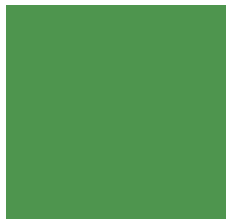
<source format=gbr>
G04 #@! TF.GenerationSoftware,KiCad,Pcbnew,(5.1.4-0-10_14)*
G04 #@! TF.CreationDate,2020-05-31T23:05:55+02:00*
G04 #@! TF.ProjectId,maskmeter,6d61736b-6d65-4746-9572-2e6b69636164,rev?*
G04 #@! TF.SameCoordinates,Original*
G04 #@! TF.FileFunction,Soldermask,Bot*
G04 #@! TF.FilePolarity,Negative*
%FSLAX46Y46*%
G04 Gerber Fmt 4.6, Leading zero omitted, Abs format (unit mm)*
G04 Created by KiCad (PCBNEW (5.1.4-0-10_14)) date 2020-05-31 23:05:55*
%MOMM*%
%LPD*%
G04 APERTURE LIST*
%ADD10C,0.100000*%
G04 APERTURE END LIST*
D10*
G36*
X104200000Y-99800000D02*
G01*
X122700000Y-99800000D01*
X122700000Y-81800000D01*
X104200000Y-81800000D01*
X104200000Y-99800000D01*
G37*
X104200000Y-99800000D02*
X122700000Y-99800000D01*
X122700000Y-81800000D01*
X104200000Y-81800000D01*
X104200000Y-99800000D01*
G36*
X107251000Y-86851000D02*
G01*
X105649000Y-86851000D01*
X105649000Y-85249000D01*
X107251000Y-85249000D01*
X107251000Y-86851000D01*
X107251000Y-86851000D01*
G37*
G36*
X107251000Y-84851000D02*
G01*
X105649000Y-84851000D01*
X105649000Y-83249000D01*
X107251000Y-83249000D01*
X107251000Y-84851000D01*
X107251000Y-84851000D01*
G37*
M02*

</source>
